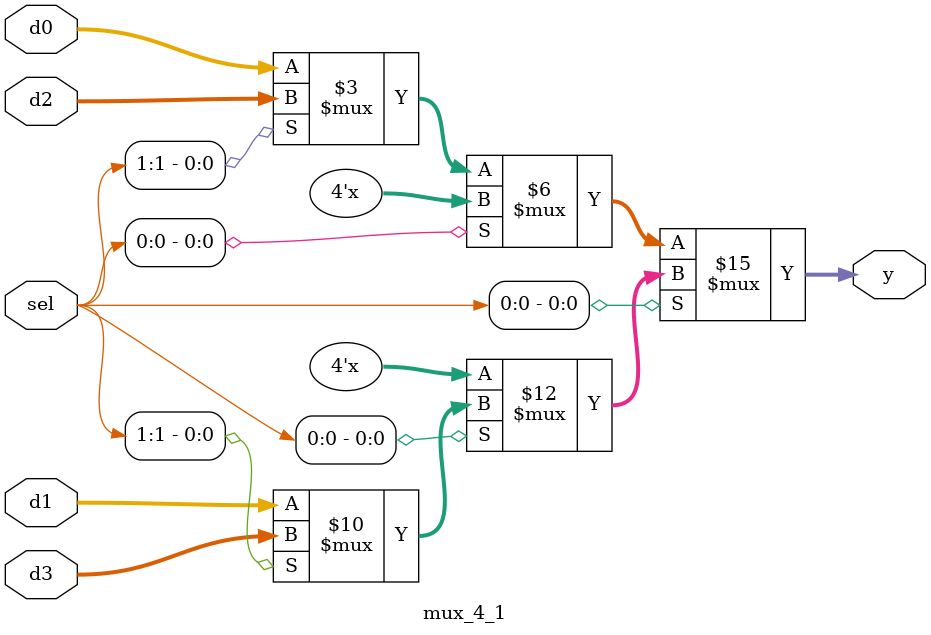
<source format=sv>

module mux_2_1
(
  input        [3:0] d0, d1,
  input              sel,
  output logic [3:0] y
);

  always_comb
    if (sel)
      y = d1;
    else
      y = d0;

endmodule

//----------------------------------------------------------------------------
// Task
//----------------------------------------------------------------------------

module mux_4_1
(
  input        [3:0] d0, d1, d2, d3,
  input        [1:0] sel,
  output logic [3:0] y
);
  always_comb
  if (sel[0]) begin
    if (sel[1]) begin
      y = d3;
    end else y = d1;
  end else begin
    if (sel[1]) begin
      y = d2; 
    end else y=d0;
  end
  // Task:
  // Using code for mux_2_1 as an example,
  // write code for 4:1 mux using the "if" statement


endmodule

</source>
